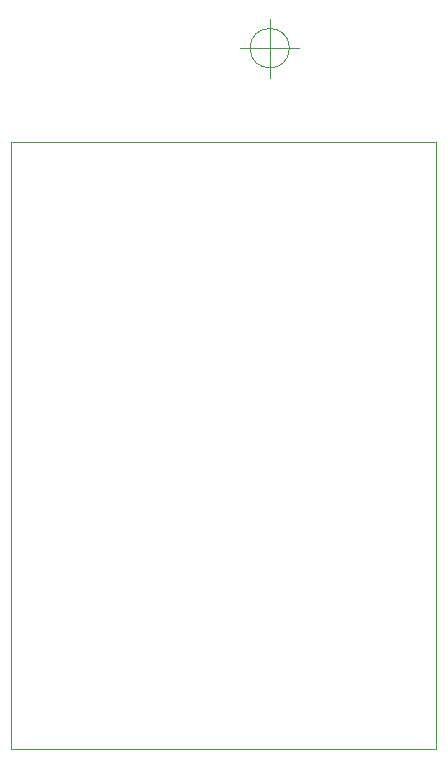
<source format=gbr>
G04 #@! TF.GenerationSoftware,KiCad,Pcbnew,(5.1.2)-1*
G04 #@! TF.CreationDate,2019-11-25T21:42:07-05:00*
G04 #@! TF.ProjectId,svideomod,73766964-656f-46d6-9f64-2e6b69636164,rev?*
G04 #@! TF.SameCoordinates,Original*
G04 #@! TF.FileFunction,Profile,NP*
%FSLAX46Y46*%
G04 Gerber Fmt 4.6, Leading zero omitted, Abs format (unit mm)*
G04 Created by KiCad (PCBNEW (5.1.2)-1) date 2019-11-25 21:42:07*
%MOMM*%
%LPD*%
G04 APERTURE LIST*
%ADD10C,0.050000*%
G04 APERTURE END LIST*
D10*
X83454666Y-35560000D02*
G75*
G03X83454666Y-35560000I-1666666J0D01*
G01*
X79288000Y-35560000D02*
X84288000Y-35560000D01*
X81788000Y-33060000D02*
X81788000Y-38060000D01*
X95885000Y-43497500D02*
X59880500Y-43497500D01*
X95885000Y-94932500D02*
X95885000Y-43497500D01*
X59880500Y-94932500D02*
X95885000Y-94932500D01*
X59880500Y-43497500D02*
X59880500Y-94932500D01*
M02*

</source>
